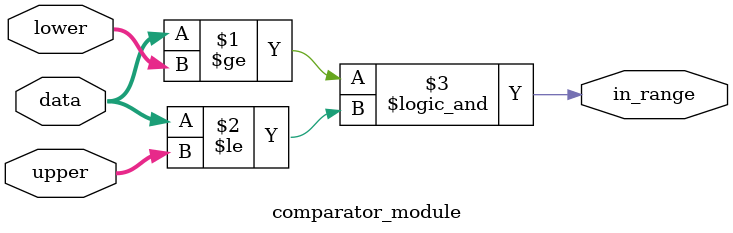
<source format=sv>
module range_detector_axi_stream(
    input wire clk,
    input wire rst_n,
    input wire [15:0] s_axis_tdata,
    input wire s_axis_tvalid,
    output wire s_axis_tready,
    input wire [15:0] range_min,
    input wire [15:0] range_max,
    output wire m_axis_tvalid,
    output wire [15:0] m_axis_tdata,
    input wire m_axis_tready
);

    reg range_detect_flag;
    wire comp_out;
    reg [1:0] state;
    reg [15:0] data_reg;
    
    localparam IDLE = 2'b00;
    localparam PROCESS = 2'b01;
    localparam WAIT_READY = 2'b10;
    
    comparator_module comp1(
        .data(data_reg),
        .lower(range_min),
        .upper(range_max),
        .in_range(comp_out)
    );
    
    assign s_axis_tready = (state == IDLE);
    assign m_axis_tvalid = (state == WAIT_READY);
    assign m_axis_tdata = {15'b0, range_detect_flag};
    
    always @(posedge clk or negedge rst_n) begin
        if (!rst_n) begin
            state <= IDLE;
            range_detect_flag <= 1'b0;
            data_reg <= 16'b0;
        end else begin
            case (state)
                IDLE: begin
                    if (s_axis_tvalid && s_axis_tready) begin
                        data_reg <= s_axis_tdata;
                        state <= PROCESS;
                    end
                end
                
                PROCESS: begin
                    range_detect_flag <= comp_out;
                    state <= WAIT_READY;
                end
                
                WAIT_READY: begin
                    if (m_axis_tready) begin
                        state <= IDLE;
                    end
                end
                
                default: state <= IDLE;
            endcase
        end
    end
endmodule

module comparator_module(
    input wire [15:0] data,
    input wire [15:0] lower,
    input wire [15:0] upper,
    output wire in_range
);
    assign in_range = (data >= lower) && (data <= upper);
endmodule
</source>
